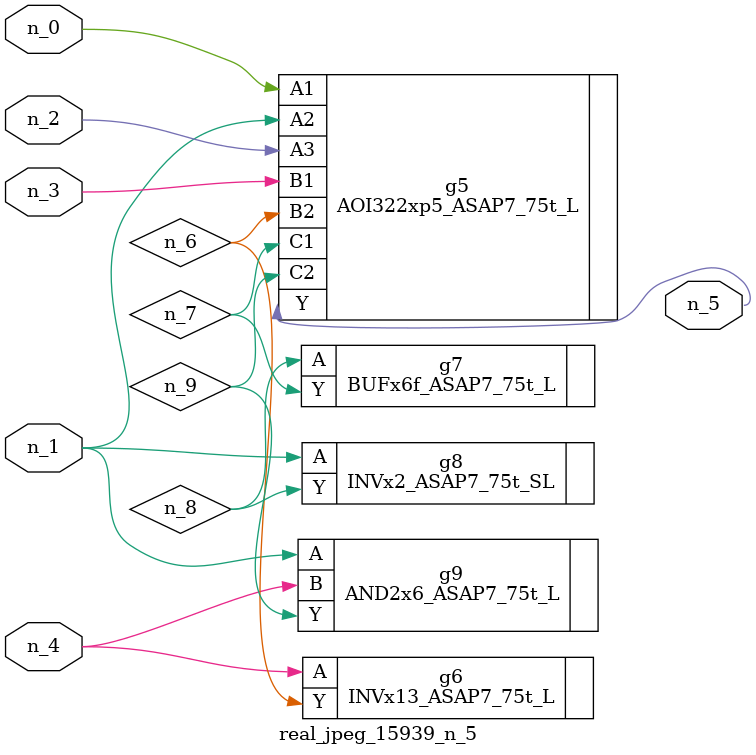
<source format=v>
module real_jpeg_15939_n_5 (n_4, n_0, n_1, n_2, n_3, n_5);

input n_4;
input n_0;
input n_1;
input n_2;
input n_3;

output n_5;

wire n_8;
wire n_6;
wire n_7;
wire n_9;

AOI322xp5_ASAP7_75t_L g5 ( 
.A1(n_0),
.A2(n_1),
.A3(n_2),
.B1(n_3),
.B2(n_6),
.C1(n_7),
.C2(n_9),
.Y(n_5)
);

INVx2_ASAP7_75t_SL g8 ( 
.A(n_1),
.Y(n_8)
);

AND2x6_ASAP7_75t_L g9 ( 
.A(n_1),
.B(n_4),
.Y(n_9)
);

INVx13_ASAP7_75t_L g6 ( 
.A(n_4),
.Y(n_6)
);

BUFx6f_ASAP7_75t_L g7 ( 
.A(n_8),
.Y(n_7)
);


endmodule
</source>
